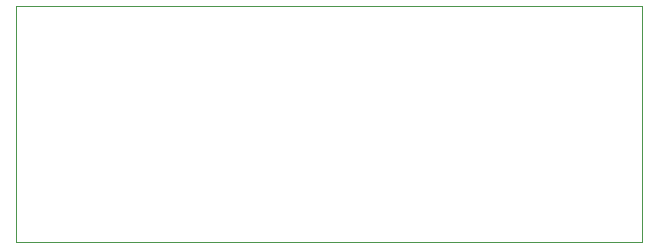
<source format=gbr>
%TF.GenerationSoftware,KiCad,Pcbnew,7.0.1*%
%TF.CreationDate,2023-04-02T01:44:29+02:00*%
%TF.ProjectId,OpenSPS_PCB,4f70656e-5350-4535-9f50-43422e6b6963,rev?*%
%TF.SameCoordinates,Original*%
%TF.FileFunction,Profile,NP*%
%FSLAX46Y46*%
G04 Gerber Fmt 4.6, Leading zero omitted, Abs format (unit mm)*
G04 Created by KiCad (PCBNEW 7.0.1) date 2023-04-02 01:44:29*
%MOMM*%
%LPD*%
G01*
G04 APERTURE LIST*
%TA.AperFunction,Profile*%
%ADD10C,0.100000*%
%TD*%
G04 APERTURE END LIST*
D10*
X104600000Y-97600000D02*
X157600000Y-97600000D01*
X157600000Y-117600000D01*
X104600000Y-117600000D01*
X104600000Y-97600000D01*
M02*

</source>
